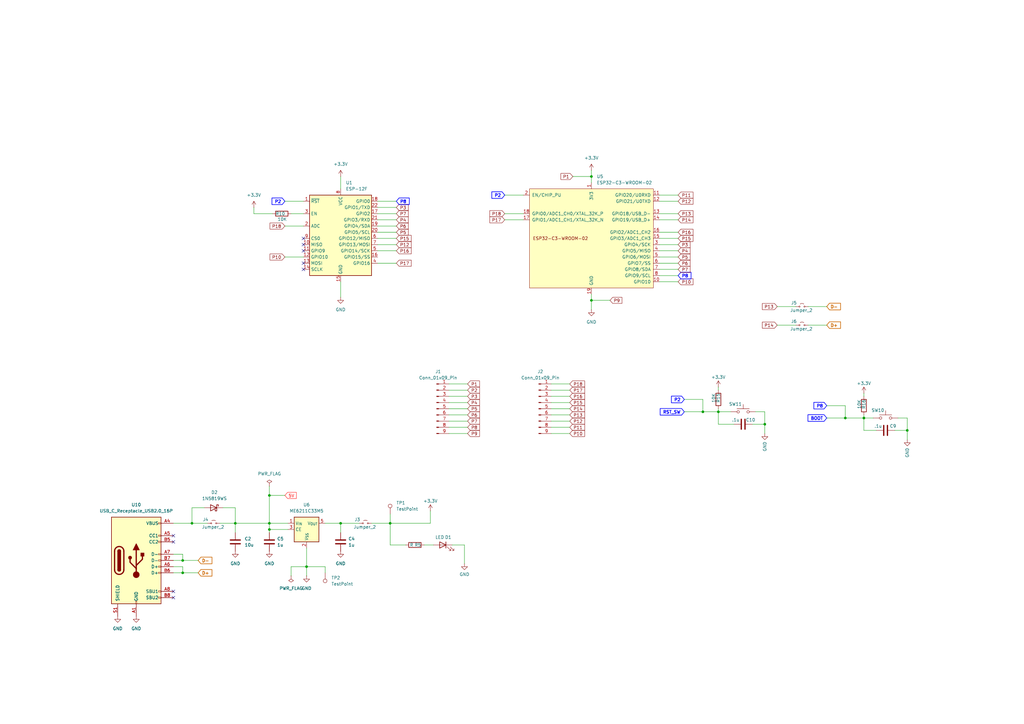
<source format=kicad_sch>
(kicad_sch (version 20250114) (generator "eeschema") (generator_version "9.0")
  (paper "A3")
  (lib_symbols
    (symbol "Connector:Conn_01x09_Pin" (pin_names (offset 1.016) (hide yes))
      (property "Reference" "J" (at 0 12.7 0))
      (property "Value" "Conn_01x09_Pin" (at 0 -12.7 0))
      (symbol "Conn_01x09_Pin_1_1"
        (rectangle (start 0.8636 10.287) (end 0 10.033) (stroke (width 0.1524)) (fill (type outline)))
        (rectangle (start 0.8636 7.747) (end 0 7.493) (stroke (width 0.1524)) (fill (type outline)))
        (rectangle (start 0.8636 5.207) (end 0 4.953) (stroke (width 0.1524)) (fill (type outline)))
        (rectangle (start 0.8636 2.667) (end 0 2.413) (stroke (width 0.1524)) (fill (type outline)))
        (rectangle (start 0.8636 0.127) (end 0 -0.127) (stroke (width 0.1524)) (fill (type outline)))
        (rectangle (start 0.8636 -2.413) (end 0 -2.667) (stroke (width 0.1524)) (fill (type outline)))
        (rectangle (start 0.8636 -4.953) (end 0 -5.207) (stroke (width 0.1524)) (fill (type outline)))
        (rectangle (start 0.8636 -7.493) (end 0 -7.747) (stroke (width 0.1524)) (fill (type outline)))
        (rectangle (start 0.8636 -10.033) (end 0 -10.287) (stroke (width 0.1524)) (fill (type outline)))
        (polyline (pts (xy 1.27 10.16) (xy 0.8636 10.16)) (stroke (width 0.1524)))
        (polyline (pts (xy 1.27 7.62) (xy 0.8636 7.62)) (stroke (width 0.1524)))
        (polyline (pts (xy 1.27 5.08) (xy 0.8636 5.08)) (stroke (width 0.1524)))
        (polyline (pts (xy 1.27 2.54) (xy 0.8636 2.54)) (stroke (width 0.1524)))
        (polyline (pts (xy 1.27 0) (xy 0.8636 0)) (stroke (width 0.1524)))
        (polyline (pts (xy 1.27 -2.54) (xy 0.8636 -2.54)) (stroke (width 0.1524)))
        (polyline (pts (xy 1.27 -5.08) (xy 0.8636 -5.08)) (stroke (width 0.1524)))
        (polyline (pts (xy 1.27 -7.62) (xy 0.8636 -7.62)) (stroke (width 0.1524)))
        (polyline (pts (xy 1.27 -10.16) (xy 0.8636 -10.16)) (stroke (width 0.1524)))
        (pin passive line (at 5.08 10.16 180) (length 3.81) (name "Pin_1") (number "1"))
        (pin passive line (at 5.08 7.62 180) (length 3.81) (name "Pin_2") (number "2"))
        (pin passive line (at 5.08 5.08 180) (length 3.81) (name "Pin_3") (number "3"))
        (pin passive line (at 5.08 2.54 180) (length 3.81) (name "Pin_4") (number "4"))
        (pin passive line (at 5.08 0 180) (length 3.81) (name "Pin_5") (number "5"))
        (pin passive line (at 5.08 -2.54 180) (length 3.81) (name "Pin_6") (number "6"))
        (pin passive line (at 5.08 -5.08 180) (length 3.81) (name "Pin_7") (number "7"))
        (pin passive line (at 5.08 -7.62 180) (length 3.81) (name "Pin_8") (number "8"))
        (pin passive line (at 5.08 -10.16 180) (length 3.81) (name "Pin_9") (number "9"))
      )
    )
    (symbol "Connector:TestPoint" (pin_numbers (hide yes)) (pin_names (offset 0.762) (hide yes))
      (property "Reference" "TP" (at 0 6.858 0))
      (property "Value" "TestPoint" (at 0 5.08 0))
      (symbol "TestPoint_0_1"
        (circle (center 0 3.302) (radius 0.762))
      )
      (symbol "TestPoint_1_1"
        (pin passive line (at 0 0 90) (length 2.54) (name "1") (number "1"))
      )
    )
    (symbol "Connector:USB_C_Receptacle_USB2.0_16P" (pin_names (offset 1.016))
      (property "Reference" "J" (at 0 22.225 0))
      (property "Value" "USB_C_Receptacle_USB2.0_16P" (at 0 19.685 0))
      (symbol "USB_C_Receptacle_USB2.0_16P_0_0"
        (rectangle (start -0.254 -17.78) (end 0.254 -16.764))
        (rectangle (start 10.16 15.494) (end 9.144 14.986))
        (rectangle (start 10.16 10.414) (end 9.144 9.906))
        (rectangle (start 10.16 7.874) (end 9.144 7.366))
        (rectangle (start 10.16 2.794) (end 9.144 2.286))
        (rectangle (start 10.16 0.254) (end 9.144 -0.254))
        (rectangle (start 10.16 -2.286) (end 9.144 -2.794))
        (rectangle (start 10.16 -4.826) (end 9.144 -5.334))
        (rectangle (start 10.16 -12.446) (end 9.144 -12.954))
        (rectangle (start 10.16 -14.986) (end 9.144 -15.494))
      )
      (symbol "USB_C_Receptacle_USB2.0_16P_0_1"
        (rectangle (start -10.16 17.78) (end 10.16 -17.78) (stroke (width 0.254)) (fill (type background)))
        (polyline (pts (xy -8.89 -3.81) (xy -8.89 3.81)) (stroke (width 0.508)))
        (rectangle (start -7.62 -3.81) (end -6.35 3.81) (stroke (width 0.254)) (fill (type outline)))
        (arc (start -7.62 3.81) (mid -6.985 4.4423) (end -6.35 3.81) (stroke (width 0.254)))
        (arc (start -7.62 3.81) (mid -6.985 4.4423) (end -6.35 3.81) (stroke (width 0.254)) (fill (type outline)))
        (arc (start -8.89 3.81) (mid -6.985 5.7067) (end -5.08 3.81) (stroke (width 0.508)))
        (arc (start -5.08 -3.81) (mid -6.985 -5.7067) (end -8.89 -3.81) (stroke (width 0.508)))
        (arc (start -6.35 -3.81) (mid -6.985 -4.4423) (end -7.62 -3.81) (stroke (width 0.254)))
        (arc (start -6.35 -3.81) (mid -6.985 -4.4423) (end -7.62 -3.81) (stroke (width 0.254)) (fill (type outline)))
        (polyline (pts (xy -5.08 3.81) (xy -5.08 -3.81)) (stroke (width 0.508)))
        (circle (center -2.54 1.143) (radius 0.635) (stroke (width 0.254)) (fill (type outline)))
        (polyline (pts (xy -1.27 4.318) (xy 0 6.858) (xy 1.27 4.318) (xy -1.27 4.318)) (stroke (width 0.254)) (fill (type outline)))
        (polyline (pts (xy 0 -2.032) (xy 2.54 0.508) (xy 2.54 1.778)) (stroke (width 0.508)))
        (polyline (pts (xy 0 -3.302) (xy -2.54 -0.762) (xy -2.54 0.508)) (stroke (width 0.508)))
        (polyline (pts (xy 0 -5.842) (xy 0 4.318)) (stroke (width 0.508)))
        (circle (center 0 -5.842) (radius 1.27) (fill (type outline)))
        (rectangle (start 1.905 1.778) (end 3.175 3.048) (stroke (width 0.254)) (fill (type outline)))
      )
      (symbol "USB_C_Receptacle_USB2.0_16P_1_1"
        (pin passive line (at -7.62 -22.86 90) (length 5.08) (name "SHIELD") (number "S1"))
        (pin passive line (at 0 -22.86 90) (length 5.08) (name "GND") (number "A1"))
        (pin passive line (at 0 -22.86 90) (length 5.08) (hide yes) (name "GND") (number "A12"))
        (pin passive line (at 0 -22.86 90) (length 5.08) (hide yes) (name "GND") (number "B1"))
        (pin passive line (at 0 -22.86 90) (length 5.08) (hide yes) (name "GND") (number "B12"))
        (pin passive line (at 15.24 15.24 180) (length 5.08) (name "VBUS") (number "A4"))
        (pin passive line (at 15.24 15.24 180) (length 5.08) (hide yes) (name "VBUS") (number "A9"))
        (pin passive line (at 15.24 15.24 180) (length 5.08) (hide yes) (name "VBUS") (number "B4"))
        (pin passive line (at 15.24 15.24 180) (length 5.08) (hide yes) (name "VBUS") (number "B9"))
        (pin bidirectional line (at 15.24 10.16 180) (length 5.08) (name "CC1") (number "A5"))
        (pin bidirectional line (at 15.24 7.62 180) (length 5.08) (name "CC2") (number "B5"))
        (pin bidirectional line (at 15.24 2.54 180) (length 5.08) (name "D-") (number "A7"))
        (pin bidirectional line (at 15.24 0 180) (length 5.08) (name "D-") (number "B7"))
        (pin bidirectional line (at 15.24 -2.54 180) (length 5.08) (name "D+") (number "A6"))
        (pin bidirectional line (at 15.24 -5.08 180) (length 5.08) (name "D+") (number "B6"))
        (pin bidirectional line (at 15.24 -12.7 180) (length 5.08) (name "SBU1") (number "A8"))
        (pin bidirectional line (at 15.24 -15.24 180) (length 5.08) (name "SBU2") (number "B8"))
      )
    )
    (symbol "Device:C" (pin_numbers (hide yes)) (pin_names (offset 0.254))
      (property "Reference" "C" (at 0.635 2.54 0))
      (property "Value" "C" (at 0.635 -2.54 0))
      (symbol "C_0_1"
        (polyline (pts (xy -2.032 0.762) (xy 2.032 0.762)) (stroke (width 0.508)))
        (polyline (pts (xy -2.032 -0.762) (xy 2.032 -0.762)) (stroke (width 0.508)))
      )
      (symbol "C_1_1"
        (pin passive line (at 0 3.81 270) (length 2.794) (name "~") (number "1"))
        (pin passive line (at 0 -3.81 90) (length 2.794) (name "~") (number "2"))
      )
    )
    (symbol "Device:LED" (pin_numbers (hide yes)) (pin_names (offset 1.016) (hide yes))
      (property "Reference" "D" (at 0 2.54 0))
      (property "Value" "LED" (at 0 -2.54 0))
      (symbol "LED_0_1"
        (polyline (pts (xy -3.048 -0.762) (xy -4.572 -2.286) (xy -3.81 -2.286) (xy -4.572 -2.286) (xy -4.572 -1.524)))
        (polyline (pts (xy -1.778 -0.762) (xy -3.302 -2.286) (xy -2.54 -2.286) (xy -3.302 -2.286) (xy -3.302 -1.524)))
        (polyline (pts (xy -1.27 0) (xy 1.27 0)))
        (polyline (pts (xy -1.27 -1.27) (xy -1.27 1.27)) (stroke (width 0.254)))
        (polyline (pts (xy 1.27 -1.27) (xy 1.27 1.27) (xy -1.27 0) (xy 1.27 -1.27)) (stroke (width 0.254)))
      )
      (symbol "LED_1_1"
        (pin passive line (at -3.81 0 0) (length 2.54) (name "K") (number "1"))
        (pin passive line (at 3.81 0 180) (length 2.54) (name "A") (number "2"))
      )
    )
    (symbol "Device:R" (pin_numbers (hide yes)) (pin_names (offset 0))
      (property "Reference" "R" (at 2.032 0 90))
      (property "Value" "R" (at 0 0 90))
      (symbol "R_0_1"
        (rectangle (start -1.016 -2.54) (end 1.016 2.54) (stroke (width 0.254)))
      )
      (symbol "R_1_1"
        (pin passive line (at 0 3.81 270) (length 1.27) (name "~") (number "1"))
        (pin passive line (at 0 -3.81 90) (length 1.27) (name "~") (number "2"))
      )
    )
    (symbol "Diode:1N5819WS" (pin_numbers (hide yes)) (pin_names (offset 1.016) (hide yes))
      (property "Reference" "D" (at 0 2.54 0))
      (property "Value" "1N5819WS" (at 0 -2.54 0))
      (symbol "1N5819WS_0_1"
        (polyline (pts (xy -1.905 0.635) (xy -1.905 1.27) (xy -1.27 1.27) (xy -1.27 -1.27) (xy -0.635 -1.27) (xy -0.635 -0.635)) (stroke (width 0.254)))
        (polyline (pts (xy 1.27 1.27) (xy 1.27 -1.27) (xy -1.27 0) (xy 1.27 1.27)) (stroke (width 0.254)))
        (polyline (pts (xy 1.27 0) (xy -1.27 0)))
      )
      (symbol "1N5819WS_1_1"
        (pin passive line (at -3.81 0 0) (length 2.54) (name "K") (number "1"))
        (pin passive line (at 3.81 0 180) (length 2.54) (name "A") (number "2"))
      )
    )
    (symbol "Espressif:ESP32-C3-WROOM-02" (pin_names (offset 1.016))
      (property "Reference" "U5" (at 2.1433 25.4 0))
      (property "Value" "ESP32-C3-WROOM-02" (at 2.1433 22.86 0))
      (symbol "ESP32-C3-WROOM-02_0_0"
        (text "ESP32-C3-WROOM-02" (at -12.7 0 0) (effects (font (size 1.27 1.27))))
      )
      (symbol "ESP32-C3-WROOM-02_0_1"
        (rectangle (start 25.4 20.32) (end -25.4 -20.32) (fill (type background)))
      )
      (symbol "ESP32-C3-WROOM-02_1_1"
        (pin input line (at -27.94 17.78 0) (length 2.54) (name "EN/CHIP_PU") (number "2"))
        (pin bidirectional line (at -27.94 10.16 0) (length 2.54) (name "GPIO0/ADC1_CH0/XTAL_32K_P") (number "18"))
        (pin bidirectional line (at -27.94 7.62 0) (length 2.54) (name "GPIO1/ADC1_CH1/XTAL_32K_N") (number "17"))
        (pin power_in line (at 0 22.86 270) (length 2.54) (name "3V3") (number "1"))
        (pin power_in line (at 0 -22.86 90) (length 2.54) (name "GND") (number "19"))
        (pin passive line (at 0 -22.86 90) (length 2.54) (hide yes) (name "GND") (number "9"))
        (pin bidirectional line (at 27.94 17.78 180) (length 2.54) (name "GPIO20/U0RXD") (number "11"))
        (pin bidirectional line (at 27.94 15.24 180) (length 2.54) (name "GPIO21/U0TXD") (number "12"))
        (pin bidirectional line (at 27.94 10.16 180) (length 2.54) (name "GPIO18/USB_D-") (number "13"))
        (pin bidirectional line (at 27.94 7.62 180) (length 2.54) (name "GPIO19/USB_D+") (number "14"))
        (pin bidirectional line (at 27.94 2.54 180) (length 2.54) (name "GPIO2/ADC1_CH2") (number "16"))
        (pin bidirectional line (at 27.94 0 180) (length 2.54) (name "GPIO3/ADC1_CH3") (number "15"))
        (pin bidirectional line (at 27.94 -2.54 180) (length 2.54) (name "GPIO4/SCK") (number "3"))
        (pin bidirectional line (at 27.94 -5.08 180) (length 2.54) (name "GPIO5/MISO") (number "4"))
        (pin bidirectional line (at 27.94 -7.62 180) (length 2.54) (name "GPIO6/MOSI") (number "5"))
        (pin bidirectional line (at 27.94 -10.16 180) (length 2.54) (name "GPIO7/SS") (number "6"))
        (pin bidirectional line (at 27.94 -12.7 180) (length 2.54) (name "GPIO8/SDA") (number "7"))
        (pin bidirectional line (at 27.94 -15.24 180) (length 2.54) (name "GPIO9/SCL") (number "8"))
        (pin bidirectional line (at 27.94 -17.78 180) (length 2.54) (name "GPIO10") (number "10"))
      )
    )
    (symbol "GND_1" (power) (pin_numbers (hide yes)) (pin_names (offset 0) (hide yes))
      (property "Value" "GND" (at 0 -3.81 0))
      (symbol "GND_1_0_1"
        (polyline (pts (xy 0 0) (xy 0 -1.27) (xy 1.27 -1.27) (xy 0 -2.54) (xy -1.27 -1.27) (xy 0 -1.27)))
      )
      (symbol "GND_1_1_1"
        (pin power_in line (at 0 0 270) (length 0) (name "~") (number "1"))
      )
    )
    (symbol "Jumper:Jumper_2_Small_Open" (pin_numbers (hide yes)) (pin_names (offset 0) (hide yes))
      (property "Reference" "JP" (at 0 2.794 0))
      (property "Value" "Jumper_2_Small_Open" (at 0 -2.286 0))
      (symbol "Jumper_2_Small_Open_0_0"
        (circle (center -1.016 0) (radius 0.254))
        (circle (center 1.016 0) (radius 0.254))
      )
      (symbol "Jumper_2_Small_Open_0_1"
        (arc (start -0.762 1.0196) (mid 0 1.2729) (end 0.762 1.0196))
      )
      (symbol "Jumper_2_Small_Open_1_1"
        (pin passive line (at -2.54 0 0) (length 1.27) (name "A") (number "1"))
        (pin passive line (at 2.54 0 180) (length 1.27) (name "B") (number "2"))
      )
    )
    (symbol "RF_Module:ESP-12F"
      (property "Reference" "U1" (at 2.1433 22.86 0))
      (property "Value" "ESP-12F" (at 2.1433 20.32 0))
      (symbol "ESP-12F_0_1"
        (rectangle (start -12.7 17.78) (end 12.7 -15.24) (stroke (width 0.254)) (fill (type background)))
      )
      (symbol "ESP-12F_1_1"
        (pin input line (at -15.24 15.24 0) (length 2.54) (name "~{RST}") (number "1"))
        (pin input line (at -15.24 10.16 0) (length 2.54) (name "EN") (number "3"))
        (pin input line (at -15.24 5.08 0) (length 2.54) (name "ADC") (number "2"))
        (pin input line (at -15.24 0 0) (length 2.54) (name "CS0") (number "9"))
        (pin bidirectional line (at -15.24 -2.54 0) (length 2.54) (name "MISO") (number "10"))
        (pin bidirectional line (at -15.24 -5.08 0) (length 2.54) (name "GPIO9") (number "11"))
        (pin bidirectional line (at -15.24 -7.62 0) (length 2.54) (name "GPIO10") (number "12"))
        (pin bidirectional line (at -15.24 -10.16 0) (length 2.54) (name "MOSI") (number "13"))
        (pin bidirectional line (at -15.24 -12.7 0) (length 2.54) (name "SCLK") (number "14"))
        (pin power_in line (at 0 20.32 270) (length 2.54) (name "VCC") (number "8"))
        (pin power_in line (at 0 -17.78 90) (length 2.54) (name "GND") (number "15"))
        (pin bidirectional line (at 15.24 15.24 180) (length 2.54) (name "GPIO0") (number "18"))
        (pin bidirectional line (at 15.24 12.7 180) (length 2.54) (name "GPIO1/TXD") (number "22"))
        (pin bidirectional line (at 15.24 10.16 180) (length 2.54) (name "GPIO2") (number "17"))
        (pin bidirectional line (at 15.24 7.62 180) (length 2.54) (name "GPIO3/RXD") (number "21"))
        (pin bidirectional line (at 15.24 5.08 180) (length 2.54) (name "GPIO4/SDA") (number "19"))
        (pin bidirectional line (at 15.24 2.54 180) (length 2.54) (name "GPIO5/SCL") (number "20"))
        (pin bidirectional line (at 15.24 0 180) (length 2.54) (name "GPIO12/MISO") (number "6"))
        (pin bidirectional line (at 15.24 -2.54 180) (length 2.54) (name "GPIO13/MOSI") (number "7"))
        (pin bidirectional line (at 15.24 -5.08 180) (length 2.54) (name "GPIO14/SCK") (number "5"))
        (pin bidirectional line (at 15.24 -7.62 180) (length 2.54) (name "GPIO15/SS") (number "16"))
        (pin bidirectional line (at 15.24 -10.16 180) (length 2.54) (name "GPIO16") (number "4"))
      )
    )
    (symbol "Regulator_Linear:ME6211C33M5"
      (property "Reference" "U" (at -4.572 6.35 0))
      (property "Value" "ME6211C33M5" (at 10.16 8.636 0))
      (symbol "ME6211C33M5_1_1"
        (rectangle (start -5.08 5.08) (end 5.08 -5.08) (stroke (width 0.254)) (fill (type background)))
        (pin power_in line (at -7.62 2.54 0) (length 2.54) (name "V_{IN}") (number "1"))
        (pin input line (at -7.62 0 0) (length 2.54) (name "CE") (number "3"))
        (pin power_in line (at 0 -7.62 90) (length 2.54) (name "V_{SS}") (number "2"))
        (pin no_connect line (at 5.08 0 180) (length 2.54) (hide yes) (name "NC") (number "4"))
        (pin power_out line (at 7.62 2.54 180) (length 2.54) (name "V_{OUT}") (number "5"))
      )
    )
    (symbol "Switch:SW_Push" (pin_numbers (hide yes)) (pin_names (offset 1.016) (hide yes))
      (property "Reference" "SW" (at 1.27 2.54 0))
      (property "Value" "SW_Push" (at 0 -1.524 0))
      (symbol "SW_Push_0_1"
        (circle (center -2.032 0) (radius 0.508))
        (polyline (pts (xy 0 1.27) (xy 0 3.048)))
        (circle (center 2.032 0) (radius 0.508))
        (polyline (pts (xy 2.54 1.27) (xy -2.54 1.27)))
        (pin passive line (at -5.08 0 0) (length 2.54) (name "1") (number "1"))
        (pin passive line (at 5.08 0 180) (length 2.54) (name "2") (number "2"))
      )
    )
    (symbol "power:+3.3V" (power) (pin_numbers (hide yes)) (pin_names (offset 0) (hide yes))
      (property "Value" "+3.3V" (at 0 3.556 0))
      (symbol "+3.3V_0_1"
        (polyline (pts (xy -0.762 1.27) (xy 0 2.54)))
        (polyline (pts (xy 0 2.54) (xy 0.762 1.27)))
        (polyline (pts (xy 0 0) (xy 0 2.54)))
      )
      (symbol "+3.3V_1_1"
        (pin power_in line (at 0 0 90) (length 0) (name "~") (number "1"))
      )
    )
    (symbol "power:GND" (power) (pin_names (offset 0))
      (property "Value" "GND" (at 0 -3.81 0))
      (symbol "GND_0_1"
        (polyline (pts (xy 0 0) (xy 0 -1.27) (xy 1.27 -1.27) (xy 0 -2.54) (xy -1.27 -1.27) (xy 0 -1.27)))
      )
      (symbol "GND_1_1"
        (pin power_in line (at 0 0 270) (length 0) (hide yes) (name "GND") (number "1"))
      )
    )
    (symbol "power:PWR_FLAG" (power) (pin_numbers (hide yes)) (pin_names (offset 0) (hide yes))
      (property "Value" "PWR_FLAG" (at 0 3.81 0))
      (symbol "PWR_FLAG_0_0"
        (pin power_out line (at 0 0 90) (length 0) (name "~") (number "1"))
      )
      (symbol "PWR_FLAG_0_1"
        (polyline (pts (xy 0 0) (xy 0 1.27) (xy -1.016 1.905) (xy 0 2.54) (xy 1.016 1.905) (xy 0 1.27)))
      )
    )
  )
  (junction (at 372.11 176.53))
  (junction (at 110.49 203.2))
  (junction (at 139.7 214.63))
  (junction (at 110.49 214.63))
  (junction (at 346.71 171.45))
  (junction (at 160.02 214.63))
  (junction (at 96.52 214.63))
  (junction (at 242.57 72.39))
  (junction (at 313.69 173.99))
  (junction (at 354.33 171.45))
  (junction (at 110.49 217.17))
  (junction (at 294.64 168.91))
  (junction (at 288.29 168.91))
  (junction (at 74.93 234.95))
  (junction (at 78.74 214.63))
  (junction (at 74.93 229.87))
  (junction (at 242.57 123.19))
  (junction (at 125.73 232.41))
  (no_connect (at 124.46 100.33))
  (no_connect (at 71.12 219.71))
  (no_connect (at 71.12 245.11))
  (no_connect (at 71.12 242.57))
  (no_connect (at 71.12 222.25))
  (no_connect (at 124.46 107.95))
  (no_connect (at 124.46 102.87))
  (no_connect (at 124.46 110.49))
  (no_connect (at 124.46 97.79))
  (wire (pts (xy 359.41 176.53) (xy 354.33 176.53)))
  (wire (pts (xy 270.51 105.41) (xy 278.13 105.41)))
  (wire (pts (xy 226.06 177.8) (xy 233.68 177.8)))
  (wire (pts (xy 177.8 223.52) (xy 173.99 223.52)))
  (wire (pts (xy 288.29 168.91) (xy 294.64 168.91)))
  (wire (pts (xy 270.51 107.95) (xy 278.13 107.95)))
  (wire (pts (xy 160.02 214.63) (xy 176.53 214.63)))
  (wire (pts (xy 214.63 80.01) (xy 207.01 80.01)))
  (wire (pts (xy 300.99 173.99) (xy 294.64 173.99)))
  (wire (pts (xy 160.02 223.52) (xy 160.02 214.63)))
  (wire (pts (xy 160.02 210.82) (xy 160.02 214.63)))
  (wire (pts (xy 71.12 227.33) (xy 74.93 227.33)))
  (wire (pts (xy 331.47 125.73) (xy 339.09 125.73)))
  (wire (pts (xy 154.94 95.25) (xy 162.56 95.25)))
  (wire (pts (xy 280.67 163.83) (xy 288.29 163.83)))
  (wire (pts (xy 71.12 232.41) (xy 74.93 232.41)))
  (wire (pts (xy 242.57 72.39) (xy 234.95 72.39)))
  (wire (pts (xy 372.11 176.53) (xy 367.03 176.53)))
  (wire (pts (xy 154.94 92.71) (xy 162.56 92.71)))
  (wire (pts (xy 270.51 82.55) (xy 278.13 82.55)))
  (wire (pts (xy 111.76 87.63) (xy 104.14 87.63)))
  (wire (pts (xy 119.38 87.63) (xy 124.46 87.63)))
  (wire (pts (xy 346.71 166.37) (xy 346.71 171.45)))
  (wire (pts (xy 74.93 229.87) (xy 81.28 229.87)))
  (wire (pts (xy 125.73 224.79) (xy 125.73 232.41)))
  (wire (pts (xy 110.49 203.2) (xy 110.49 214.63)))
  (wire (pts (xy 78.74 214.63) (xy 85.09 214.63)))
  (wire (pts (xy 242.57 69.85) (xy 242.57 72.39)))
  (wire (pts (xy 226.06 160.02) (xy 233.68 160.02)))
  (wire (pts (xy 147.32 214.63) (xy 139.7 214.63)))
  (wire (pts (xy 190.5 231.14) (xy 190.5 223.52)))
  (wire (pts (xy 154.94 87.63) (xy 162.56 87.63)))
  (wire (pts (xy 226.06 172.72) (xy 233.68 172.72)))
  (wire (pts (xy 96.52 214.63) (xy 110.49 214.63)))
  (wire (pts (xy 226.06 165.1) (xy 233.68 165.1)))
  (wire (pts (xy 270.51 113.03) (xy 278.13 113.03)))
  (wire (pts (xy 96.52 208.28) (xy 96.52 214.63)))
  (wire (pts (xy 326.39 125.73) (xy 318.77 125.73)))
  (wire (pts (xy 372.11 171.45) (xy 368.3 171.45)))
  (wire (pts (xy 372.11 180.34) (xy 372.11 176.53)))
  (wire (pts (xy 313.69 168.91) (xy 309.88 168.91)))
  (wire (pts (xy 133.35 214.63) (xy 139.7 214.63)))
  (wire (pts (xy 74.93 234.95) (xy 74.93 232.41)))
  (wire (pts (xy 133.35 232.41) (xy 125.73 232.41)))
  (wire (pts (xy 280.67 168.91) (xy 288.29 168.91)))
  (wire (pts (xy 184.15 160.02) (xy 191.77 160.02)))
  (wire (pts (xy 133.35 234.95) (xy 133.35 232.41)))
  (wire (pts (xy 96.52 218.44) (xy 96.52 214.63)))
  (wire (pts (xy 190.5 223.52) (xy 185.42 223.52)))
  (wire (pts (xy 110.49 218.44) (xy 110.49 217.17)))
  (wire (pts (xy 288.29 163.83) (xy 288.29 168.91)))
  (wire (pts (xy 154.94 82.55) (xy 162.56 82.55)))
  (wire (pts (xy 154.94 90.17) (xy 162.56 90.17)))
  (wire (pts (xy 242.57 72.39) (xy 242.57 74.93)))
  (wire (pts (xy 124.46 105.41) (xy 116.84 105.41)))
  (wire (pts (xy 184.15 170.18) (xy 191.77 170.18)))
  (wire (pts (xy 294.64 160.02) (xy 294.64 158.75)))
  (wire (pts (xy 125.73 232.41) (xy 125.73 236.22)))
  (wire (pts (xy 119.38 232.41) (xy 125.73 232.41)))
  (wire (pts (xy 270.51 110.49) (xy 278.13 110.49)))
  (wire (pts (xy 116.84 203.2) (xy 110.49 203.2)))
  (wire (pts (xy 124.46 92.71) (xy 116.84 92.71)))
  (wire (pts (xy 313.69 168.91) (xy 313.69 173.99)))
  (wire (pts (xy 78.74 208.28) (xy 83.82 208.28)))
  (wire (pts (xy 152.4 214.63) (xy 160.02 214.63)))
  (wire (pts (xy 354.33 171.45) (xy 354.33 176.53)))
  (wire (pts (xy 242.57 127) (xy 242.57 123.19)))
  (wire (pts (xy 110.49 217.17) (xy 118.11 217.17)))
  (wire (pts (xy 176.53 214.63) (xy 176.53 209.55)))
  (wire (pts (xy 313.69 173.99) (xy 308.61 173.99)))
  (wire (pts (xy 154.94 102.87) (xy 162.56 102.87)))
  (wire (pts (xy 354.33 162.56) (xy 354.33 161.29)))
  (wire (pts (xy 119.38 232.41) (xy 119.38 236.22)))
  (wire (pts (xy 71.12 234.95) (xy 74.93 234.95)))
  (wire (pts (xy 354.33 170.18) (xy 354.33 171.45)))
  (wire (pts (xy 270.51 80.01) (xy 278.13 80.01)))
  (wire (pts (xy 139.7 72.39) (xy 139.7 77.47)))
  (wire (pts (xy 74.93 234.95) (xy 81.28 234.95)))
  (wire (pts (xy 74.93 229.87) (xy 74.93 227.33)))
  (wire (pts (xy 270.51 87.63) (xy 278.13 87.63)))
  (wire (pts (xy 184.15 167.64) (xy 191.77 167.64)))
  (wire (pts (xy 270.51 90.17) (xy 278.13 90.17)))
  (wire (pts (xy 154.94 85.09) (xy 162.56 85.09)))
  (wire (pts (xy 270.51 102.87) (xy 278.13 102.87)))
  (wire (pts (xy 294.64 168.91) (xy 294.64 173.99)))
  (wire (pts (xy 270.51 95.25) (xy 278.13 95.25)))
  (wire (pts (xy 226.06 167.64) (xy 233.68 167.64)))
  (wire (pts (xy 71.12 229.87) (xy 74.93 229.87)))
  (wire (pts (xy 110.49 199.39) (xy 110.49 203.2)))
  (wire (pts (xy 226.06 157.48) (xy 233.68 157.48)))
  (wire (pts (xy 214.63 90.17) (xy 207.01 90.17)))
  (wire (pts (xy 242.57 123.19) (xy 242.57 120.65)))
  (wire (pts (xy 346.71 171.45) (xy 354.33 171.45)))
  (wire (pts (xy 184.15 175.26) (xy 191.77 175.26)))
  (wire (pts (xy 294.64 167.64) (xy 294.64 168.91)))
  (wire (pts (xy 372.11 171.45) (xy 372.11 176.53)))
  (wire (pts (xy 339.09 171.45) (xy 346.71 171.45)))
  (wire (pts (xy 184.15 165.1) (xy 191.77 165.1)))
  (wire (pts (xy 242.57 123.19) (xy 250.19 123.19)))
  (wire (pts (xy 270.51 115.57) (xy 278.13 115.57)))
  (wire (pts (xy 270.51 97.79) (xy 278.13 97.79)))
  (wire (pts (xy 184.15 157.48) (xy 191.77 157.48)))
  (wire (pts (xy 226.06 170.18) (xy 233.68 170.18)))
  (wire (pts (xy 139.7 115.57) (xy 139.7 121.92)))
  (wire (pts (xy 226.06 162.56) (xy 233.68 162.56)))
  (wire (pts (xy 90.17 214.63) (xy 96.52 214.63)))
  (wire (pts (xy 270.51 100.33) (xy 278.13 100.33)))
  (wire (pts (xy 124.46 82.55) (xy 116.84 82.55)))
  (wire (pts (xy 71.12 214.63) (xy 78.74 214.63)))
  (wire (pts (xy 313.69 177.8) (xy 313.69 173.99)))
  (wire (pts (xy 214.63 87.63) (xy 207.01 87.63)))
  (wire (pts (xy 104.14 87.63) (xy 104.14 85.09)))
  (wire (pts (xy 110.49 217.17) (xy 110.49 214.63)))
  (wire (pts (xy 226.06 175.26) (xy 233.68 175.26)))
  (wire (pts (xy 358.14 171.45) (xy 354.33 171.45)))
  (wire (pts (xy 78.74 208.28) (xy 78.74 214.63)))
  (wire (pts (xy 326.39 133.35) (xy 318.77 133.35)))
  (wire (pts (xy 184.15 162.56) (xy 191.77 162.56)))
  (wire (pts (xy 91.44 208.28) (xy 96.52 208.28)))
  (wire (pts (xy 139.7 214.63) (xy 139.7 218.44)))
  (wire (pts (xy 166.37 223.52) (xy 160.02 223.52)))
  (wire (pts (xy 154.94 100.33) (xy 162.56 100.33)))
  (wire (pts (xy 299.72 168.91) (xy 294.64 168.91)))
  (wire (pts (xy 154.94 97.79) (xy 162.56 97.79)))
  (wire (pts (xy 184.15 172.72) (xy 191.77 172.72)))
  (wire (pts (xy 154.94 107.95) (xy 162.56 107.95)))
  (wire (pts (xy 346.71 166.37) (xy 339.09 166.37)))
  (wire (pts (xy 331.47 133.35) (xy 339.09 133.35)))
  (wire (pts (xy 110.49 214.63) (xy 118.11 214.63)))
  (wire (pts (xy 184.15 177.8) (xy 191.77 177.8)))
  (global_label "P10" (shape input) (at 278.13 115.57 0) (effects (font (thickness 0.1588))) (property "Intersheetrefs" "${INTERSHEET_REFS}" (effects (hide yes))))
  (global_label "P14" (shape input) (at 233.68 167.64 0) (property "Intersheetrefs" "${INTERSHEET_REFS}" (effects (hide yes))))
  (global_label "P12" (shape input) (at 162.56 100.33 0) (property "Intersheetrefs" "${INTERSHEET_REFS}" (effects (hide yes))))
  (global_label "BOOT" (shape input) (at 339.09 171.45 180) (effects (font (thickness 0.254) (bold yes))) (property "Intersheetrefs" "${INTERSHEET_REFS}" (effects (hide yes))))
  (global_label "P9" (shape input) (at 250.19 123.19 0) (property "Intersheetrefs" "${INTERSHEET_REFS}" (effects (hide yes))))
  (global_label "P3" (shape input) (at 278.13 100.33 0) (effects (font (thickness 0.1588))) (property "Intersheetrefs" "${INTERSHEET_REFS}" (effects (hide yes))))
  (global_label "P13" (shape input) (at 278.13 87.63 0) (effects (font (thickness 0.1588))) (property "Intersheetrefs" "${INTERSHEET_REFS}" (effects (hide yes))))
  (global_label "P7" (shape input) (at 278.13 110.49 0) (effects (font (thickness 0.1588))) (property "Intersheetrefs" "${INTERSHEET_REFS}" (effects (hide yes))))
  (global_label "P17" (shape input) (at 233.68 160.02 0) (property "Intersheetrefs" "${INTERSHEET_REFS}" (effects (hide yes))))
  (global_label "P3" (shape input) (at 162.56 85.09 0) (effects (font (thickness 0.1588))) (property "Intersheetrefs" "${INTERSHEET_REFS}" (effects (hide yes))))
  (global_label "P8" (shape input) (at 339.09 166.37 180) (effects (font (thickness 0.254) (bold yes))) (property "Intersheetrefs" "${INTERSHEET_REFS}" (effects (hide yes))))
  (global_label "P16" (shape input) (at 233.68 162.56 0) (property "Intersheetrefs" "${INTERSHEET_REFS}" (effects (hide yes))))
  (global_label "P17" (shape input) (at 207.01 90.17 180) (property "Intersheetrefs" "${INTERSHEET_REFS}" (effects (hide yes))))
  (global_label "P8" (shape input) (at 162.56 82.55 0) (effects (font (thickness 0.254) (bold yes))) (property "Intersheetrefs" "${INTERSHEET_REFS}" (effects (hide yes))))
  (global_label "P10" (shape input) (at 116.84 105.41 180) (property "Intersheetrefs" "${INTERSHEET_REFS}" (effects (hide yes))))
  (global_label "P15" (shape input) (at 162.56 97.79 0) (property "Intersheetrefs" "${INTERSHEET_REFS}" (effects (hide yes))))
  (global_label "P7" (shape input) (at 162.56 87.63 0) (effects (font (thickness 0.1588))) (property "Intersheetrefs" "${INTERSHEET_REFS}" (effects (hide yes))))
  (global_label "P5" (shape input) (at 278.13 105.41 0) (effects (font (thickness 0.1588))) (property "Intersheetrefs" "${INTERSHEET_REFS}" (effects (hide yes))))
  (global_label "P12" (shape input) (at 278.13 82.55 0) (property "Intersheetrefs" "${INTERSHEET_REFS}" (effects (hide yes))))
  (global_label "P13" (shape input) (at 233.68 170.18 0) (property "Intersheetrefs" "${INTERSHEET_REFS}" (effects (hide yes))))
  (global_label "P12" (shape input) (at 233.68 172.72 0) (property "Intersheetrefs" "${INTERSHEET_REFS}" (effects (hide yes))))
  (global_label "P11" (shape input) (at 233.68 175.26 0) (property "Intersheetrefs" "${INTERSHEET_REFS}" (effects (hide yes))))
  (global_label "D+" (shape input) (at 339.09 133.35 0) (effects (font (thickness 0.254) (bold yes))) (property "Intersheetrefs" "${INTERSHEET_REFS}" (effects (hide yes))))
  (global_label "5V" (shape input) (at 116.84 203.2 0) (property "Intersheetrefs" "${INTERSHEET_REFS}" (effects (hide yes))))
  (global_label "P5" (shape input) (at 191.77 167.64 0) (property "Intersheetrefs" "${INTERSHEET_REFS}" (effects (hide yes))))
  (global_label "P2" (shape input) (at 191.77 160.02 0) (property "Intersheetrefs" "${INTERSHEET_REFS}" (effects (hide yes))))
  (global_label "P6" (shape input) (at 191.77 170.18 0) (property "Intersheetrefs" "${INTERSHEET_REFS}" (effects (hide yes))))
  (global_label "P18" (shape input) (at 116.84 92.71 180) (property "Intersheetrefs" "${INTERSHEET_REFS}" (effects (hide yes))))
  (global_label "P14" (shape input) (at 278.13 90.17 0) (effects (font (thickness 0.1588))) (property "Intersheetrefs" "${INTERSHEET_REFS}" (effects (hide yes))))
  (global_label "P2" (shape input) (at 116.84 82.55 180) (effects (font (thickness 0.254) (bold yes))) (property "Intersheetrefs" "${INTERSHEET_REFS}" (effects (hide yes))))
  (global_label "P13" (shape input) (at 318.77 125.73 180) (effects (font (thickness 0.1588))) (property "Intersheetrefs" "${INTERSHEET_REFS}" (effects (hide yes))))
  (global_label "P7" (shape input) (at 191.77 172.72 0) (property "Intersheetrefs" "${INTERSHEET_REFS}" (effects (hide yes))))
  (global_label "P15" (shape input) (at 233.68 165.1 0) (property "Intersheetrefs" "${INTERSHEET_REFS}" (effects (hide yes))))
  (global_label "RST_SW" (shape input) (at 280.67 168.91 180) (effects (font (thickness 0.254) (bold yes))) (property "Intersheetrefs" "${INTERSHEET_REFS}" (effects (hide yes))))
  (global_label "P16" (shape input) (at 162.56 102.87 0) (property "Intersheetrefs" "${INTERSHEET_REFS}" (effects (hide yes))))
  (global_label "P17" (shape input) (at 162.56 107.95 0) (property "Intersheetrefs" "${INTERSHEET_REFS}" (effects (hide yes))))
  (global_label "P10" (shape input) (at 233.68 177.8 0) (property "Intersheetrefs" "${INTERSHEET_REFS}" (effects (hide yes))))
  (global_label "P6" (shape input) (at 278.13 107.95 0) (effects (font (thickness 0.1588))) (property "Intersheetrefs" "${INTERSHEET_REFS}" (effects (hide yes))))
  (global_label "P1" (shape input) (at 191.77 157.48 0) (property "Intersheetrefs" "${INTERSHEET_REFS}" (effects (hide yes))))
  (global_label "P18" (shape input) (at 233.68 157.48 0) (property "Intersheetrefs" "${INTERSHEET_REFS}" (effects (hide yes))))
  (global_label "P18" (shape input) (at 207.01 87.63 180) (property "Intersheetrefs" "${INTERSHEET_REFS}" (effects (hide yes))))
  (global_label "P16" (shape input) (at 278.13 95.25 0) (effects (font (thickness 0.1588))) (property "Intersheetrefs" "${INTERSHEET_REFS}" (effects (hide yes))))
  (global_label "P6" (shape input) (at 162.56 92.71 0) (effects (font (thickness 0.1588))) (property "Intersheetrefs" "${INTERSHEET_REFS}" (effects (hide yes))))
  (global_label "P4" (shape input) (at 278.13 102.87 0) (effects (font (thickness 0.1588))) (property "Intersheetrefs" "${INTERSHEET_REFS}" (effects (hide yes))))
  (global_label "P9" (shape input) (at 191.77 177.8 0) (property "Intersheetrefs" "${INTERSHEET_REFS}" (effects (hide yes))))
  (global_label "P5" (shape input) (at 162.56 95.25 0) (effects (font (thickness 0.1588))) (property "Intersheetrefs" "${INTERSHEET_REFS}" (effects (hide yes))))
  (global_label "P4" (shape input) (at 162.56 90.17 0) (effects (font (thickness 0.1588))) (property "Intersheetrefs" "${INTERSHEET_REFS}" (effects (hide yes))))
  (global_label "P1" (shape input) (at 234.95 72.39 180) (property "Intersheetrefs" "${INTERSHEET_REFS}" (effects (hide yes))))
  (global_label "P8" (shape input) (at 191.77 175.26 0) (property "Intersheetrefs" "${INTERSHEET_REFS}" (effects (hide yes))))
  (global_label "P2" (shape input) (at 280.67 163.83 180) (effects (font (thickness 0.254) (bold yes))) (property "Intersheetrefs" "${INTERSHEET_REFS}" (effects (hide yes))))
  (global_label "D+" (shape input) (at 81.28 234.95 0) (effects (font (thickness 0.254) (bold yes))) (property "Intersheetrefs" "${INTERSHEET_REFS}" (effects (hide yes))))
  (global_label "P3" (shape input) (at 191.77 162.56 0) (property "Intersheetrefs" "${INTERSHEET_REFS}" (effects (hide yes))))
  (global_label "D-" (shape input) (at 81.28 229.87 0) (effects (font (thickness 0.254) (bold yes))) (property "Intersheetrefs" "${INTERSHEET_REFS}" (effects (hide yes))))
  (global_label "P14" (shape input) (at 318.77 133.35 180) (effects (font (thickness 0.1588))) (property "Intersheetrefs" "${INTERSHEET_REFS}" (effects (hide yes))))
  (global_label "P4" (shape input) (at 191.77 165.1 0) (property "Intersheetrefs" "${INTERSHEET_REFS}" (effects (hide yes))))
  (global_label "P15" (shape input) (at 278.13 97.79 0) (effects (font (thickness 0.1588))) (property "Intersheetrefs" "${INTERSHEET_REFS}" (effects (hide yes))))
  (global_label "P2" (shape input) (at 207.01 80.01 180) (effects (font (thickness 0.254) (bold yes))) (property "Intersheetrefs" "${INTERSHEET_REFS}" (effects (hide yes))))
  (global_label "P11" (shape input) (at 278.13 80.01 0) (property "Intersheetrefs" "${INTERSHEET_REFS}" (effects (hide yes))))
  (global_label "D-" (shape input) (at 339.09 125.73 0) (effects (font (thickness 0.254) (bold yes))) (property "Intersheetrefs" "${INTERSHEET_REFS}" (effects (hide yes))))
  (global_label "P8" (shape input) (at 278.13 113.03 0) (effects (font (thickness 0.254) (bold yes))) (property "Intersheetrefs" "${INTERSHEET_REFS}" (effects (hide yes))))
  (symbol (lib_name "GND_1") (lib_id "power:GND") (at 125.73 236.22 0) (unit 1)
    (property "Reference" "#PWR010" (effects (hide yes)))
    (property "Value" "GND" (at 125.73 241.3 0))
    (property "Description" "Power symbol creates a global label with name \"GND\" , ground" (effects (hide yes)))
  )
  (symbol (lib_id "Device:R") (at 115.57 87.63 270) (unit 1)
    (property "Reference" "R10" (at 113.03 87.63 90) (effects (justify left)))
    (property "Value" "10K" (at 113.792 89.916 90) (effects (justify left)))
    (property "Footprint" "Resistor_SMD:R_0603_1608Metric" (effects (hide yes)))
  )
  (symbol (lib_name "GND_1") (lib_id "power:GND") (at 313.69 177.8 0) (mirror y) (unit 1)
    (property "Reference" "#PWR044" (effects (hide yes)))
    (property "Value" "GND" (at 313.69 181.102 90) (effects (justify right)))
    (property "Description" "Power symbol creates a global label with name \"GND\" , ground" (effects (hide yes)))
  )
  (symbol (lib_id "Jumper:Jumper_2_Small_Open") (at 149.86 214.63 0) (unit 1)
    (property "Reference" "J3" (at 146.558 213.106 0))
    (property "Value" "Jumper_2" (at 149.606 216.154 0))
    (property "Footprint" "IOT-Mess-Footprints:Jumpper-triangle" (effects (hide yes)))
    (property "Description" "Jumper, 2-pole, small symbol, open" (effects (hide yes)))
  )
  (symbol (lib_id "Device:C") (at 96.52 222.25 0) (unit 1)
    (property "Reference" "C2" (at 100.33 220.98 0) (effects (justify left)))
    (property "Value" "10u" (at 100.33 223.52 0) (effects (justify left)))
    (property "Footprint" "Capacitor_SMD:C_0603_1608Metric" (effects (hide yes)))
  )
  (symbol (lib_name "GND_1") (lib_id "power:GND") (at 139.7 121.92 0) (unit 1)
    (property "Reference" "#PWR036" (effects (hide yes)))
    (property "Value" "GND" (at 139.7 127 0))
    (property "Description" "Power symbol creates a global label with name \"GND\" , ground" (effects (hide yes)))
  )
  (symbol (lib_id "Jumper:Jumper_2_Small_Open") (at 328.93 133.35 0) (unit 1)
    (property "Reference" "J6" (at 325.628 131.826 0))
    (property "Value" "Jumper_2" (at 328.676 134.874 0))
    (property "Footprint" "IOT-Mess-Footprints:Jumpper-triangle" (effects (hide yes)))
    (property "Description" "Jumper, 2-pole, small symbol, open" (effects (hide yes)))
  )
  (symbol (lib_name "GND_1") (lib_id "power:GND") (at 55.88 252.73 0) (unit 1)
    (property "Reference" "#PWR013" (effects (hide yes)))
    (property "Value" "GND" (at 55.88 257.81 0))
    (property "Description" "Power symbol creates a global label with name \"GND\" , ground" (effects (hide yes)))
  )
  (symbol (lib_id "power:GND") (at 190.5 231.14 0) (mirror y) (unit 1)
    (property "Reference" "#PWR019" (effects (hide yes)))
    (property "Value" "GND" (at 190.5 235.585 0))
  )
  (symbol (lib_id "Regulator_Linear:ME6211C33M5") (at 125.73 217.17 0) (unit 1)
    (property "Reference" "U6" (at 125.73 207.01 0))
    (property "Value" "ME6211C33M5" (at 125.73 209.55 0))
    (property "Footprint" "Package_TO_SOT_SMD:SOT-23-5" (effects (hide yes)))
    (property "Datasheet" "https://www.lcsc.com/datasheet/lcsc_datasheet_2304140030_MICRONE-Nanjing-Micro-One-Elec-ME6211C33R5G_C235316.pdf" (effects (hide yes)))
    (property "Description" "500mA low dropout linear regulator, shutdown pin, 6.5V max input voltage, 3.3V fixed positive output, SOT-23-5" (effects (hide yes)))
  )
  (symbol (lib_id "Device:R") (at 354.33 166.37 180) (unit 1)
    (property "Reference" "R16" (at 354.33 163.83 90) (effects (justify left)))
    (property "Value" "10K" (at 352.425 163.83 90) (effects (justify left)))
    (property "Footprint" "Resistor_SMD:R_0603_1608Metric" (effects (hide yes)))
  )
  (symbol (lib_id "power:+3.3V") (at 139.7 72.39 0) (unit 1)
    (property "Reference" "#PWR03" (effects (hide yes)))
    (property "Value" "+3.3V" (at 139.7 67.31 0))
    (property "Description" "Power symbol creates a global label with name \"+3.3V\"" (effects (hide yes)))
  )
  (symbol (lib_name "GND_1") (lib_id "power:GND") (at 372.11 180.34 0) (mirror y) (unit 1)
    (property "Reference" "#PWR043" (effects (hide yes)))
    (property "Value" "GND" (at 372.11 183.642 90) (effects (justify right)))
    (property "Description" "Power symbol creates a global label with name \"GND\" , ground" (effects (hide yes)))
  )
  (symbol (lib_id "power:+3.3V") (at 242.57 69.85 0) (unit 1)
    (property "Reference" "#PWR012" (effects (hide yes)))
    (property "Value" "+3.3V" (at 242.57 64.77 0))
    (property "Description" "Power symbol creates a global label with name \"+3.3V\"" (effects (hide yes)))
  )
  (symbol (lib_id "Jumper:Jumper_2_Small_Open") (at 87.63 214.63 0) (unit 1)
    (property "Reference" "J4" (at 84.328 213.106 0))
    (property "Value" "Jumper_2" (at 87.376 216.154 0))
    (property "Footprint" "IOT-Mess-Footprints:Jumpper-triangle" (effects (hide yes)))
    (property "Description" "Jumper, 2-pole, small symbol, open" (effects (hide yes)))
  )
  (symbol (lib_id "Connector:TestPoint") (at 160.02 210.82 0) (unit 1)
    (property "Reference" "TP1" (at 162.56 206.2479 0) (effects (justify left)))
    (property "Value" "TestPoint" (at 162.56 208.7879 0) (effects (justify left)))
    (property "Description" "test point" (effects (hide yes)))
  )
  (symbol (lib_id "Device:R") (at 294.64 163.83 180) (unit 1)
    (property "Reference" "R15" (at 294.64 161.29 90) (effects (justify left)))
    (property "Value" "10K" (at 292.735 161.29 90) (effects (justify left)))
    (property "Footprint" "Resistor_SMD:R_0603_1608Metric" (effects (hide yes)))
  )
  (symbol (lib_id "Switch:SW_Push") (at 363.22 171.45 0) (unit 1)
    (property "Reference" "SW10" (at 360.045 168.275 0))
    (property "Value" "SW_Push" (effects (hide yes)))
    (property "Footprint" "Button_Switch_SMD:SW_SPST_PTS810" (effects (hide yes)))
  )
  (symbol (lib_id "power:PWR_FLAG") (at 110.49 199.39 0) (unit 1)
    (property "Reference" "#FLG05" (effects (hide yes)))
    (property "Value" "PWR_FLAG" (at 110.49 194.31 0))
    (property "Description" "Special symbol for telling ERC where power comes from" (effects (hide yes)))
  )
  (symbol (lib_id "power:PWR_FLAG") (at 119.38 236.22 180) (unit 1)
    (property "Reference" "#FLG04" (effects (hide yes)))
    (property "Value" "PWR_FLAG" (at 119.38 241.3 0))
    (property "Description" "Special symbol for telling ERC where power comes from" (effects (hide yes)))
  )
  (symbol (lib_id "Connector:Conn_01x09_Pin") (at 220.98 167.64 0) (unit 1)
    (property "Reference" "J2" (at 221.615 152.4 0))
    (property "Value" "Conn_01x09_Pin" (at 221.615 154.94 0))
    (property "Footprint" "Connector_PinHeader_2.54mm:PinHeader_1x09_P2.54mm_Vertical" (effects (hide yes)))
    (property "Description" "Generic connector, single row, 01x09, script generated" (effects (hide yes)))
  )
  (symbol (lib_name "GND_1") (lib_id "power:GND") (at 48.26 252.73 0) (unit 1)
    (property "Reference" "#PWR011" (effects (hide yes)))
    (property "Value" "GND" (at 48.26 257.81 0))
    (property "Description" "Power symbol creates a global label with name \"GND\" , ground" (effects (hide yes)))
  )
  (symbol (lib_id "Device:LED") (at 181.61 223.52 0) (mirror y) (unit 1)
    (property "Reference" "D1" (at 183.8325 220.345 0))
    (property "Value" "LED" (at 180.34 220.345 0))
    (property "Footprint" "LED_SMD:LED_0603_1608Metric" (effects (hide yes)))
  )
  (symbol (lib_id "Device:C") (at 110.49 222.25 0) (unit 1)
    (property "Reference" "C5" (at 113.665 220.98 0) (effects (justify left)))
    (property "Value" "1u" (at 113.665 223.52 0) (effects (justify left)))
    (property "Footprint" "Capacitor_SMD:C_0603_1608Metric" (effects (hide yes)))
  )
  (symbol (lib_name "GND_1") (lib_id "power:GND") (at 242.57 127 0) (unit 1)
    (property "Reference" "#PWR037" (effects (hide yes)))
    (property "Value" "GND" (at 242.57 132.08 0))
    (property "Description" "Power symbol creates a global label with name \"GND\" , ground" (effects (hide yes)))
  )
  (symbol (lib_id "power:+3.3V") (at 354.33 161.29 0) (unit 1)
    (property "Reference" "#PWR025" (effects (hide yes)))
    (property "Value" "+3.3V" (at 354.33 157.226 0))
    (property "Description" "Power symbol creates a global label with name \"+3.3V\"" (effects (hide yes)))
  )
  (symbol (lib_id "Connector:USB_C_Receptacle_USB2.0_16P") (at 55.88 229.87 0) (unit 1)
    (property "Reference" "U10" (at 55.88 207.01 0))
    (property "Value" "USB_C_Receptacle_USB2.0_16P" (at 55.88 209.55 0))
    (property "Footprint" "Connector_USB:USB_C_Receptacle_HRO_TYPE-C-31-M-12" (effects (hide yes)))
    (property "Datasheet" "https://www.usb.org/sites/default/files/documents/usb_type-c.zip" (effects (hide yes)))
    (property "Description" "USB 2.0-only 16P Type-C Receptacle connector" (effects (hide yes)))
  )
  (symbol (lib_id "power:+3.3V") (at 176.53 209.55 0) (unit 1)
    (property "Reference" "#PWR026" (effects (hide yes)))
    (property "Value" "+3.3V" (at 176.53 205.486 0))
    (property "Description" "Power symbol creates a global label with name \"+3.3V\"" (effects (hide yes)))
  )
  (symbol (lib_id "Device:C") (at 139.7 222.25 0) (unit 1)
    (property "Reference" "C4" (at 142.875 220.98 0) (effects (justify left)))
    (property "Value" "1u" (at 142.875 223.52 0) (effects (justify left)))
    (property "Footprint" "Capacitor_SMD:C_0603_1608Metric" (effects (hide yes)))
  )
  (symbol (lib_id "Connector:TestPoint") (at 133.35 234.95 180) (unit 1)
    (property "Reference" "TP2" (at 135.89 236.9819 0) (effects (justify right)))
    (property "Value" "TestPoint" (at 135.89 239.5219 0) (effects (justify right)))
    (property "Description" "test point" (effects (hide yes)))
  )
  (symbol (lib_name "GND_1") (lib_id "power:GND") (at 139.7 226.06 0) (unit 1)
    (property "Reference" "#PWR015" (effects (hide yes)))
    (property "Value" "GND" (at 139.7 231.14 0))
    (property "Description" "Power symbol creates a global label with name \"GND\" , ground" (effects (hide yes)))
  )
  (symbol (lib_id "Espressif:ESP32-C3-WROOM-02") (at 242.57 97.79 0) (unit 1)
    (property "Reference" "U5" (at 244.7133 72.39 0) (effects (justify left)))
    (property "Value" "ESP32-C3-WROOM-02" (at 244.7133 74.93 0) (effects (justify left)))
    (property "Footprint" "RF_Module:ESP32-C3-WROOM-02" (effects (hide yes)))
    (property "Datasheet" "https://www.espressif.com/sites/default/files/documentation/esp32-c3-wroom-02_datasheet_en.pdf" (effects (hide yes)))
    (property "Description" "ESP32-C3-WROOM-02 is a general-purpose Wi-Fi and Bluetooth LE module. This module features a rich set of peripherals and high performance, which makes it an ideal choice for smart home, industrial automation, health care, consumer electronics, etc." (effects (hide yes)))
  )
  (symbol (lib_name "GND_1") (lib_id "power:GND") (at 110.49 226.06 0) (unit 1)
    (property "Reference" "#PWR018" (effects (hide yes)))
    (property "Value" "GND" (at 110.49 231.14 0))
    (property "Description" "Power symbol creates a global label with name \"GND\" , ground" (effects (hide yes)))
  )
  (symbol (lib_id "Switch:SW_Push") (at 304.8 168.91 0) (unit 1)
    (property "Reference" "SW11" (at 301.625 165.735 0))
    (property "Value" "SW_Push" (effects (hide yes)))
    (property "Footprint" "Button_Switch_SMD:SW_SPST_PTS810" (effects (hide yes)))
  )
  (symbol (lib_id "Device:C") (at 304.8 173.99 90) (mirror x) (unit 1)
    (property "Reference" "C10" (at 307.848 172.212 90))
    (property "Value" ".1u" (at 301.752 172.212 90))
    (property "Footprint" "Capacitor_SMD:C_0603_1608Metric" (effects (hide yes)))
  )
  (symbol (lib_id "Diode:1N5819WS") (at 87.63 208.28 0) (mirror y) (unit 1)
    (property "Reference" "D2" (at 87.9475 201.93 0))
    (property "Value" "1N5819WS" (at 87.9475 204.47 0))
    (property "Footprint" "Diode_SMD:D_SOD-323" (effects (hide yes)))
    (property "Datasheet" "https://datasheet.lcsc.com/lcsc/2204281430_Guangdong-Hottech-1N5819WS_C191023.pdf" (effects (hide yes)))
    (property "Description" "40V 600mV@1A 1A SOD-323 Schottky Barrier Diodes, SOD-323" (effects (hide yes)))
  )
  (symbol (lib_id "power:+3.3V") (at 294.64 158.75 0) (unit 1)
    (property "Reference" "#PWR024" (effects (hide yes)))
    (property "Value" "+3.3V" (at 294.64 154.686 0))
    (property "Description" "Power symbol creates a global label with name \"+3.3V\"" (effects (hide yes)))
  )
  (symbol (lib_id "Connector:Conn_01x09_Pin") (at 179.07 167.64 0) (unit 1)
    (property "Reference" "J1" (at 179.705 152.4 0))
    (property "Value" "Conn_01x09_Pin" (at 179.705 154.94 0))
    (property "Footprint" "Connector_PinHeader_2.54mm:PinHeader_1x09_P2.54mm_Vertical" (effects (hide yes)))
    (property "Description" "Generic connector, single row, 01x09, script generated" (effects (hide yes)))
  )
  (symbol (lib_name "GND_1") (lib_id "power:GND") (at 96.52 226.06 0) (unit 1)
    (property "Reference" "#PWR014" (effects (hide yes)))
    (property "Value" "GND" (at 96.52 231.14 0))
    (property "Description" "Power symbol creates a global label with name \"GND\" , ground" (effects (hide yes)))
  )
  (symbol (lib_id "Device:C") (at 363.22 176.53 90) (mirror x) (unit 1)
    (property "Reference" "C9" (at 366.268 174.752 90))
    (property "Value" ".1u" (at 360.172 174.752 90))
    (property "Footprint" "Capacitor_SMD:C_0603_1608Metric" (effects (hide yes)))
  )
  (symbol (lib_id "Device:R") (at 170.18 223.52 90) (unit 1)
    (property "Reference" "R5" (at 172.72 223.52 90) (effects (justify left)))
    (property "Value" "R" (at 169.545 223.52 90) (effects (justify left)))
    (property "Footprint" "Resistor_SMD:R_0603_1608Metric" (effects (hide yes)))
  )
  (symbol (lib_id "power:+3.3V") (at 104.14 85.09 0) (unit 1)
    (property "Reference" "#PWR02" (effects (hide yes)))
    (property "Value" "+3.3V" (at 104.14 80.01 0))
    (property "Description" "Power symbol creates a global label with name \"+3.3V\"" (effects (hide yes)))
  )
  (symbol (lib_id "RF_Module:ESP-12F") (at 139.7 97.79 0) (unit 1)
    (property "Reference" "U1" (at 141.8433 74.93 0) (effects (justify left)))
    (property "Value" "ESP-12F" (at 141.8433 77.47 0) (effects (justify left)))
    (property "Footprint" "RF_Module:ESP-12E" (effects (hide yes)))
    (property "Datasheet" "http://wiki.ai-thinker.com/_media/esp8266/esp8266_series_modules_user_manual_v1.1.pdf" (effects (hide yes)))
    (property "Description" "802.11 b/g/n Wi-Fi Module" (effects (hide yes)))
  )
  (symbol (lib_id "Jumper:Jumper_2_Small_Open") (at 328.93 125.73 0) (unit 1)
    (property "Reference" "J5" (at 325.628 124.206 0))
    (property "Value" "Jumper_2" (at 328.676 127.254 0))
    (property "Footprint" "IOT-Mess-Footprints:Jumpper-triangle" (effects (hide yes)))
    (property "Description" "Jumper, 2-pole, small symbol, open" (effects (hide yes)))
  )
)
</source>
